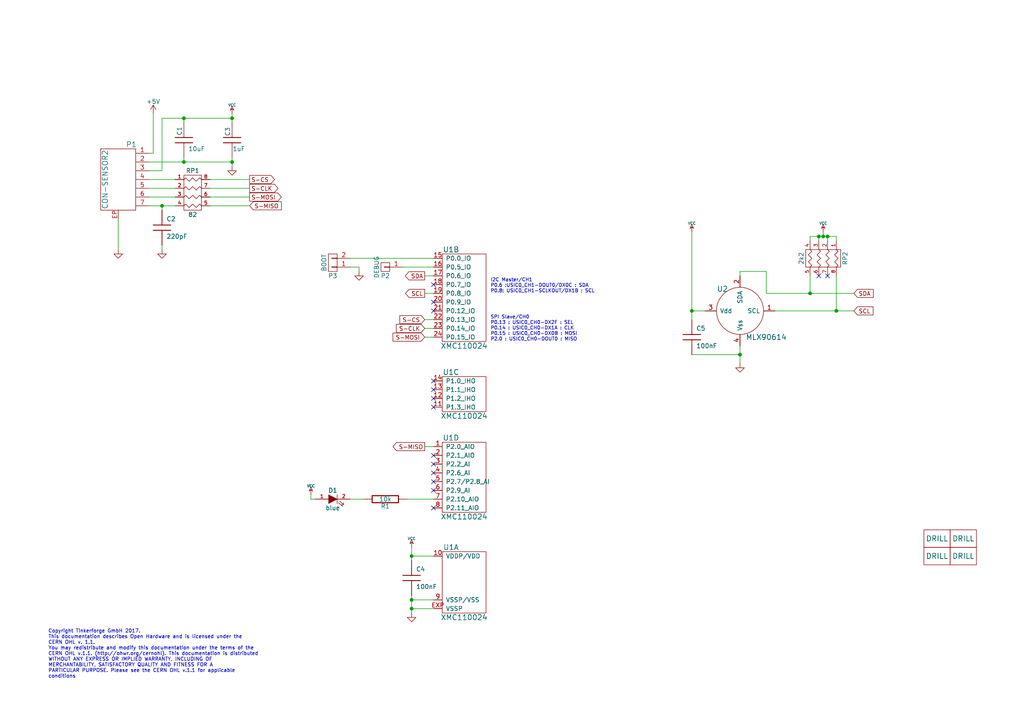
<source format=kicad_sch>
(kicad_sch (version 20211123) (generator eeschema)
  (paper "A4")
  (title_block (title "Temperature IR Bricklet") (date "2017-10-18") (rev "2.0") (company "Tinkerforge GmbH") (comment 1 "Licensed under CERN OHL v.1.1") (comment 2 "Copyright (©) 2017, B.Nordmeyer <bastian@tinkerforge.com>"))
  (lib_symbols
    (symbol "tinkerforge:+5V" (power) (pin_names (offset 0))
      (property "Value" "+5V" (at 0 3.556 0))
      (symbol "+5V_0_1"
        (polyline (pts (xy -0.762 1.27) (xy 0 2.54)))
        (polyline (pts (xy 0 0) (xy 0 2.54)))
        (polyline (pts (xy 0 2.54) (xy 0.762 1.27)))
      )
      (symbol "+5V_1_1"
        (pin power_in line (at 0 0 90) (length 0) hide (name "+5V") (number "1"))
      )
    )
    (symbol "tinkerforge:C" (pin_numbers hide) (pin_names (offset 0.254))
      (property "Reference" "C" (at 1.27 2.54 0))
      (property "Value" "C" (at 1.27 -2.54 0))
      (symbol "C_0_1"
        (polyline (pts (xy -2.54 -0.762) (xy 2.54 -0.762)) (stroke (width 0.254)))
        (polyline (pts (xy -2.54 0.762) (xy 2.54 0.762)) (stroke (width 0.254)))
      )
      (symbol "C_1_1"
        (pin passive line (at 0 5.08 270) (length 4.318) (name "~") (number "1"))
        (pin passive line (at 0 -5.08 90) (length 4.318) (name "~") (number "2"))
      )
    )
    (symbol "tinkerforge:CON-SENSOR2" (pin_names (offset 1.016))
      (property "Reference" "P" (at -3.81 10.16 0))
      (property "Value" "CON-SENSOR2" (at 3.81 0 90))
      (symbol "CON-SENSOR2_0_1"
        (rectangle (start -5.08 8.89) (end 5.08 -8.89))
      )
      (symbol "CON-SENSOR2_1_1"
        (pin passive line (at -8.89 7.62 0) (length 3.81) (name "~") (number "1"))
        (pin passive line (at -8.89 5.08 0) (length 3.81) (name "~") (number "2"))
        (pin passive line (at -8.89 2.54 0) (length 3.81) (name "~") (number "3"))
        (pin passive line (at -8.89 0 0) (length 3.81) (name "~") (number "4"))
        (pin passive line (at -8.89 -2.54 0) (length 3.81) (name "~") (number "5"))
        (pin passive line (at -8.89 -5.08 0) (length 3.81) (name "~") (number "6"))
        (pin passive line (at -8.89 -7.62 0) (length 3.81) (name "~") (number "7"))
        (pin passive line (at 0 -11.43 90) (length 2.54) (name "~") (number "EP"))
      )
    )
    (symbol "tinkerforge:CONN_01X01" (pin_names (offset 1.016) hide)
      (property "Reference" "P" (at 0 2.54 0))
      (property "Value" "CONN_01X01" (at 2.54 0 90))
      (symbol "CONN_01X01_0_1"
        (rectangle (start -1.27 0.127) (end 0.254 -0.127))
        (rectangle (start -1.27 1.27) (end 1.27 -1.27))
      )
      (symbol "CONN_01X01_1_1"
        (pin passive line (at -5.08 0 0) (length 3.81) (name "P1") (number "1"))
      )
    )
    (symbol "tinkerforge:CONN_01X02" (pin_names (offset 1.016) hide)
      (property "Reference" "P" (at 0 3.81 0))
      (property "Value" "CONN_01X02" (at 2.54 0 90))
      (symbol "CONN_01X02_0_1"
        (rectangle (start -1.27 -1.143) (end 0.254 -1.397))
        (rectangle (start -1.27 1.397) (end 0.254 1.143))
        (rectangle (start -1.27 2.54) (end 1.27 -2.54))
      )
      (symbol "CONN_01X02_1_1"
        (pin passive line (at -5.08 1.27 0) (length 3.81) (name "P1") (number "1"))
        (pin passive line (at -5.08 -1.27 0) (length 3.81) (name "P2") (number "2"))
      )
    )
    (symbol "tinkerforge:DRILL" (pin_numbers hide) (pin_names (offset 0) hide)
      (property "Value" "DRILL" (at 0 0 0))
      (symbol "DRILL_0_1"
        (rectangle (start -3.81 2.54) (end 3.81 -2.54))
      )
    )
    (symbol "tinkerforge:GND" (power) (pin_names (offset 0))
      (property "Value" "GND" (at 0 -5.08 0))
      (symbol "GND_0_1"
        (polyline (pts (xy 0 0) (xy 0 -1.27) (xy 1.27 -1.27) (xy 0 -2.54) (xy -1.27 -1.27) (xy 0 -1.27)))
      )
      (symbol "GND_1_1"
        (pin power_in line (at 0 0 270) (length 0) hide (name "GND") (number "1"))
      )
    )
    (symbol "tinkerforge:LED" (pin_names (offset 1.016) hide)
      (property "Reference" "D" (at 0 2.54 0))
      (property "Value" "LED" (at 0 -2.54 0))
      (symbol "LED_0_1"
        (polyline (pts (xy 1.27 1.27) (xy 1.27 -1.27)))
        (polyline (pts (xy -1.27 1.27) (xy 1.27 0) (xy -1.27 -1.27)) (fill (type outline)))
        (polyline (pts (xy 1.651 -1.016) (xy 2.794 -2.032) (xy 2.667 -1.397)))
        (polyline (pts (xy 2.032 -0.635) (xy 3.175 -1.651) (xy 3.048 -1.016)))
      )
      (symbol "LED_1_1"
        (pin passive line (at -5.08 0 0) (length 3.81) (name "A") (number "1"))
        (pin passive line (at 5.08 0 180) (length 3.81) (name "K") (number "2"))
      )
    )
    (symbol "tinkerforge:MLX90614" (pin_names (offset 1.016))
      (property "Reference" "U" (at -5.08 6.35 0))
      (property "Value" "MLX90614" (at 7.62 -7.62 0))
      (symbol "MLX90614_0_1"
        (circle (center 0 0) (radius 6.8326))
      )
      (symbol "MLX90614_1_1"
        (pin passive line (at 10.16 0 180) (length 3.302) (name "SCL") (number "1"))
        (pin passive line (at 0 10.16 270) (length 3.302) (name "SDA") (number "2"))
        (pin passive line (at -10.16 0 0) (length 3.302) (name "Vdd") (number "3"))
        (pin passive line (at 0 -10.16 90) (length 3.302) (name "Vss") (number "4"))
      )
    )
    (symbol "tinkerforge:R" (pin_numbers hide) (pin_names (offset 0))
      (property "Reference" "R" (at 2.032 0 90))
      (property "Value" "R" (at 0 0 90))
      (symbol "R_0_1"
        (rectangle (start -1.016 3.81) (end 1.016 -3.81) (stroke (width 0.3048)))
      )
      (symbol "R_1_1"
        (pin passive line (at 0 6.35 270) (length 2.54) (name "~") (number "1"))
        (pin passive line (at 0 -6.35 90) (length 2.54) (name "~") (number "2"))
      )
    )
    (symbol "tinkerforge:R_PACK4" (pin_names hide)
      (property "Reference" "RP" (at 0 11.43 0))
      (property "Value" "R_PACK4" (at 0 -1.27 0))
      (symbol "R_PACK4_0_1"
        (polyline (pts (xy -2.54 10.16) (xy -2.54 0) (xy 2.54 0) (xy 2.54 10.16) (xy -2.54 10.16)))
        (polyline (pts (xy -2.54 1.27) (xy -2.032 1.778) (xy -1.016 0.762) (xy 0 1.778) (xy 1.016 0.762) (xy 2.032 1.778) (xy 2.54 1.27)))
        (polyline (pts (xy -2.54 3.81) (xy -2.032 4.318) (xy -1.016 3.302) (xy 0 4.318) (xy 1.016 3.302) (xy 2.032 4.318) (xy 2.54 3.81)))
        (polyline (pts (xy -2.54 6.35) (xy -2.032 6.858) (xy -1.016 5.842) (xy 0 6.858) (xy 1.016 5.842) (xy 2.032 6.858) (xy 2.54 6.35)))
        (polyline (pts (xy -2.54 8.89) (xy -2.032 9.398) (xy -1.016 8.382) (xy 0 9.398) (xy 1.016 8.382) (xy 2.032 9.398) (xy 2.54 8.89)))
      )
      (symbol "R_PACK4_1_1"
        (pin passive line (at -5.08 8.89 0) (length 2.54) (name "P1") (number "1"))
        (pin passive line (at -5.08 6.35 0) (length 2.54) (name "P2") (number "2"))
        (pin passive line (at -5.08 3.81 0) (length 2.54) (name "P3") (number "3"))
        (pin passive line (at -5.08 1.27 0) (length 2.54) (name "P4") (number "4"))
        (pin passive line (at 5.08 1.27 180) (length 2.54) (name "R4") (number "5"))
        (pin passive line (at 5.08 3.81 180) (length 2.54) (name "R3") (number "6"))
        (pin passive line (at 5.08 6.35 180) (length 2.54) (name "R2") (number "7"))
        (pin passive line (at 5.08 8.89 180) (length 2.54) (name "R1") (number "8"))
      )
    )
    (symbol "tinkerforge:VCC" (power) (pin_names (offset 0))
      (property "Value" "VCC" (at 0 3.175 0))
      (symbol "VCC_0_0"
        (pin power_in line (at 0 0 90) (length 0) hide (name "VCC") (number "1"))
      )
      (symbol "VCC_0_1"
        (polyline (pts (xy 0 1.524) (xy 0 0)))
        (polyline (pts (xy 0 1.524) (xy 0.508 1.016) (xy 0 2.286) (xy -0.508 1.016) (xy 0 1.524) (xy 0 1.524)))
      )
    )
    (symbol "tinkerforge:XMC1XXX24" (pin_names (offset 1.016))
      (property "Reference" "U" (at -3.81 15.24 0))
      (property "Value" "XMC1XXX24" (at 0 -16.51 0))
      (symbol "XMC1XXX24_1_1"
        (rectangle (start -6.35 8.89) (end 6.35 -8.89))
        (pin passive line (at -8.89 7.62 0) (length 2.54) (name "VDDP/VDD") (number "10"))
        (pin passive line (at -8.89 -5.08 0) (length 2.54) (name "VSSP/VSS") (number "9"))
        (pin passive line (at -8.89 -7.62 0) (length 2.54) (name "VSSP") (number "EXP"))
      )
      (symbol "XMC1XXX24_2_1"
        (rectangle (start -6.35 12.7) (end 6.35 -12.7))
        (pin passive line (at -8.89 11.43 0) (length 2.54) (name "P0.0_IO") (number "15"))
        (pin passive line (at -8.89 8.89 0) (length 2.54) (name "P0.5_IO") (number "16"))
        (pin passive line (at -8.89 6.35 0) (length 2.54) (name "P0.6_IO") (number "17"))
        (pin passive line (at -8.89 3.81 0) (length 2.54) (name "P0.7_IO") (number "18"))
        (pin passive line (at -8.89 1.27 0) (length 2.54) (name "P0.8_IO") (number "19"))
        (pin passive line (at -8.89 -1.27 0) (length 2.54) (name "P0.9_IO") (number "20"))
        (pin passive line (at -8.89 -3.81 0) (length 2.54) (name "P0.12_IO") (number "21"))
        (pin passive line (at -8.89 -6.35 0) (length 2.54) (name "P0.13_IO") (number "22"))
        (pin passive line (at -8.89 -8.89 0) (length 2.54) (name "P0.14_IO") (number "23"))
        (pin passive line (at -8.89 -11.43 0) (length 2.54) (name "P0.15_IO") (number "24"))
      )
      (symbol "XMC1XXX24_3_1"
        (rectangle (start -6.35 5.08) (end 6.35 -5.08))
        (pin passive line (at -8.89 -3.81 0) (length 2.54) (name "P1.3_IHO") (number "11"))
        (pin passive line (at -8.89 -1.27 0) (length 2.54) (name "P1.2_IHO") (number "12"))
        (pin passive line (at -8.89 1.27 0) (length 2.54) (name "P1.1_IHO") (number "13"))
        (pin passive line (at -8.89 3.81 0) (length 2.54) (name "P1.0_IHO") (number "14"))
      )
      (symbol "XMC1XXX24_4_1"
        (rectangle (start -6.35 10.16) (end 6.35 -10.16))
        (pin passive line (at -8.89 8.89 0) (length 2.54) (name "P2.0_AIO") (number "1"))
        (pin passive line (at -8.89 6.35 0) (length 2.54) (name "P2.1_AIO") (number "2"))
        (pin passive line (at -8.89 3.81 0) (length 2.54) (name "P2.2_AI") (number "3"))
        (pin passive line (at -8.89 1.27 0) (length 2.54) (name "P2.6_AI") (number "4"))
        (pin passive line (at -8.89 -1.27 0) (length 2.54) (name "P2.7/P2.8_AI") (number "5"))
        (pin passive line (at -8.89 -3.81 0) (length 2.54) (name "P2.9_AI") (number "6"))
        (pin passive line (at -8.89 -6.35 0) (length 2.54) (name "P2.10_AIO") (number "7"))
        (pin passive line (at -8.89 -8.89 0) (length 2.54) (name "P2.11_AIO") (number "8"))
      )
    )
  )
  (junction (at 242.57 90.17))
  (junction (at 67.31 34.29))
  (junction (at 240.03 68.58))
  (junction (at 237.49 68.58))
  (junction (at 119.38 173.99))
  (junction (at 46.99 59.69))
  (junction (at 119.38 161.29))
  (junction (at 119.38 176.53))
  (junction (at 53.34 46.99))
  (junction (at 234.95 85.09))
  (junction (at 53.34 34.29))
  (junction (at 67.31 46.99))
  (junction (at 200.66 90.17))
  (junction (at 214.63 102.87))
  (junction (at 238.76 68.58))
  (no_connect (at 125.73 139.7))
  (no_connect (at 125.73 110.49))
  (no_connect (at 237.49 80.01))
  (no_connect (at 125.73 147.32))
  (no_connect (at 125.73 137.16))
  (no_connect (at 125.73 113.03))
  (no_connect (at 125.73 82.55))
  (no_connect (at 240.03 80.01))
  (no_connect (at 125.73 132.08))
  (no_connect (at 125.73 134.62))
  (no_connect (at 125.73 115.57))
  (no_connect (at 125.73 87.63))
  (no_connect (at 125.73 90.17))
  (no_connect (at 125.73 118.11))
  (no_connect (at 125.73 142.24))
  (wire (pts (xy 200.66 90.17) (xy 204.47 90.17)))
  (wire (pts (xy 91.44 144.78) (xy 90.17 144.78)))
  (wire (pts (xy 43.18 49.53) (xy 46.99 49.53)))
  (wire (pts (xy 46.99 60.96) (xy 46.99 59.69)))
  (wire (pts (xy 125.73 80.01) (xy 123.19 80.01)))
  (wire (pts (xy 123.19 92.71) (xy 125.73 92.71)))
  (wire (pts (xy 67.31 34.29) (xy 67.31 35.56)))
  (wire (pts (xy 200.66 102.87) (xy 214.63 102.87)))
  (wire (pts (xy 101.6 77.47) (xy 104.14 77.47)))
  (wire (pts (xy 237.49 69.85) (xy 237.49 68.58)))
  (wire (pts (xy 119.38 176.53) (xy 119.38 177.8)))
  (wire (pts (xy 60.96 59.69) (xy 72.39 59.69)))
  (wire (pts (xy 90.17 144.78) (xy 90.17 143.51)))
  (wire (pts (xy 214.63 78.74) (xy 214.63 80.01)))
  (wire (pts (xy 125.73 95.25) (xy 123.19 95.25)))
  (wire (pts (xy 119.38 162.56) (xy 119.38 161.29)))
  (wire (pts (xy 46.99 49.53) (xy 46.99 34.29)))
  (wire (pts (xy 60.96 52.07) (xy 72.39 52.07)))
  (wire (pts (xy 125.73 173.99) (xy 119.38 173.99)))
  (wire (pts (xy 105.41 144.78) (xy 101.6 144.78)))
  (wire (pts (xy 123.19 97.79) (xy 125.73 97.79)))
  (wire (pts (xy 242.57 80.01) (xy 242.57 90.17)))
  (wire (pts (xy 119.38 172.72) (xy 119.38 173.99)))
  (wire (pts (xy 50.8 54.61) (xy 43.18 54.61)))
  (wire (pts (xy 240.03 69.85) (xy 240.03 68.58)))
  (wire (pts (xy 242.57 68.58) (xy 242.57 69.85)))
  (wire (pts (xy 34.29 63.5) (xy 34.29 72.39)))
  (wire (pts (xy 242.57 90.17) (xy 247.65 90.17)))
  (wire (pts (xy 43.18 52.07) (xy 50.8 52.07)))
  (wire (pts (xy 125.73 176.53) (xy 119.38 176.53)))
  (wire (pts (xy 222.25 85.09) (xy 222.25 78.74)))
  (wire (pts (xy 46.99 59.69) (xy 43.18 59.69)))
  (wire (pts (xy 116.84 77.47) (xy 125.73 77.47)))
  (wire (pts (xy 43.18 57.15) (xy 50.8 57.15)))
  (wire (pts (xy 234.95 85.09) (xy 247.65 85.09)))
  (wire (pts (xy 60.96 54.61) (xy 72.39 54.61)))
  (wire (pts (xy 67.31 33.02) (xy 67.31 34.29)))
  (wire (pts (xy 53.34 34.29) (xy 53.34 35.56)))
  (wire (pts (xy 238.76 68.58) (xy 238.76 67.31)))
  (wire (pts (xy 43.18 44.45) (xy 44.45 44.45)))
  (wire (pts (xy 53.34 45.72) (xy 53.34 46.99)))
  (wire (pts (xy 234.95 69.85) (xy 234.95 68.58)))
  (wire (pts (xy 44.45 44.45) (xy 44.45 33.02)))
  (wire (pts (xy 43.18 46.99) (xy 53.34 46.99)))
  (wire (pts (xy 53.34 46.99) (xy 67.31 46.99)))
  (wire (pts (xy 214.63 102.87) (xy 214.63 100.33)))
  (wire (pts (xy 125.73 161.29) (xy 119.38 161.29)))
  (wire (pts (xy 200.66 67.31) (xy 200.66 90.17)))
  (wire (pts (xy 237.49 68.58) (xy 238.76 68.58)))
  (wire (pts (xy 67.31 46.99) (xy 67.31 48.26)))
  (wire (pts (xy 234.95 80.01) (xy 234.95 85.09)))
  (wire (pts (xy 214.63 105.41) (xy 214.63 102.87)))
  (wire (pts (xy 50.8 59.69) (xy 46.99 59.69)))
  (wire (pts (xy 200.66 90.17) (xy 200.66 92.71)))
  (wire (pts (xy 67.31 45.72) (xy 67.31 46.99)))
  (wire (pts (xy 234.95 85.09) (xy 222.25 85.09)))
  (wire (pts (xy 101.6 74.93) (xy 125.73 74.93)))
  (wire (pts (xy 224.79 90.17) (xy 242.57 90.17)))
  (wire (pts (xy 222.25 78.74) (xy 214.63 78.74)))
  (wire (pts (xy 234.95 68.58) (xy 237.49 68.58)))
  (wire (pts (xy 240.03 68.58) (xy 242.57 68.58)))
  (wire (pts (xy 123.19 85.09) (xy 125.73 85.09)))
  (wire (pts (xy 60.96 57.15) (xy 72.39 57.15)))
  (wire (pts (xy 46.99 34.29) (xy 53.34 34.29)))
  (wire (pts (xy 238.76 68.58) (xy 240.03 68.58)))
  (wire (pts (xy 53.34 34.29) (xy 67.31 34.29)))
  (wire (pts (xy 125.73 129.54) (xy 123.19 129.54)))
  (wire (pts (xy 46.99 71.12) (xy 46.99 72.39)))
  (wire (pts (xy 119.38 161.29) (xy 119.38 158.75)))
  (wire (pts (xy 118.11 144.78) (xy 125.73 144.78)))
  (wire (pts (xy 119.38 173.99) (xy 119.38 176.53)))
  (wire (pts (xy 104.14 77.47) (xy 104.14 78.74)))
  (text "SPI Slave/CH0\nP0.13 : USIC0_CH0-DX2F : SEL\nP0.14 : USIC0_CH0-DX1A : CLK\nP0.15 : USIC0_CH0-DX0B : MOSI\nP2.0 : USIC0_CH0-DOUT0 : MISO" (at 142.24 99.06 0) (effects (font (size 0.9906 0.9906)) (justify left bottom)))
  (text "I2C Master/CH1\nP0.6 :USIC0_CH1-DOUT0/DX0C : SDA\nP0.8: USIC0_CH1-SCLKOUT/DX1B : SCL" (at 142.24 85.09 0) (effects (font (size 0.9906 0.9906)) (justify left bottom)))
  (text "Copyright Tinkerforge GmbH 2017.\nThis documentation describes Open Hardware and is licensed under the\nCERN OHL v. 1.1.\nYou may redistribute and modify this documentation under the terms of the\nCERN OHL v.1.1. (http://ohwr.org/cernohl). This documentation is distributed\nWITHOUT ANY EXPRESS OR IMPLIED WARRANTY, INCLUDING OF\nMERCHANTABILITY, SATISFACTORY QUALITY AND FITNESS FOR A\nPARTICULAR PURPOSE. Please see the CERN OHL v.1.1 for applicable\nconditions\n" (at 13.97 196.85 0) (effects (font (size 1.016 1.016)) (justify left bottom)))
  (global_label "S-CLK" (shape input) (at 123.19 95.25 180) (effects (font (size 1.1938 1.1938))) (property "Intersheet References" "${INTERSHEET_REFS}" (effects hide)))
  (global_label "S-MOSI" (shape input) (at 123.19 97.79 180) (effects (font (size 1.1938 1.1938))) (property "Intersheet References" "${INTERSHEET_REFS}" (effects hide)))
  (global_label "SDA" (shape input) (at 247.65 85.09 0) (effects (font (size 1.1938 1.1938))) (property "Intersheet References" "${INTERSHEET_REFS}" (effects hide)))
  (global_label "SCL" (shape input) (at 247.65 90.17 0) (effects (font (size 1.1938 1.1938))) (property "Intersheet References" "${INTERSHEET_REFS}" (effects hide)))
  (global_label "S-MOSI" (shape output) (at 72.39 57.15 0) (effects (font (size 1.1938 1.1938))) (property "Intersheet References" "${INTERSHEET_REFS}" (effects hide)))
  (global_label "S-MISO" (shape output) (at 123.19 129.54 180) (effects (font (size 1.1938 1.1938))) (property "Intersheet References" "${INTERSHEET_REFS}" (effects hide)))
  (global_label "S-CS" (shape output) (at 72.39 52.07 0) (effects (font (size 1.1938 1.1938))) (property "Intersheet References" "${INTERSHEET_REFS}" (effects hide)))
  (global_label "S-MISO" (shape input) (at 72.39 59.69 0) (effects (font (size 1.1938 1.1938))) (property "Intersheet References" "${INTERSHEET_REFS}" (effects hide)))
  (global_label "S-CS" (shape input) (at 123.19 92.71 180) (effects (font (size 1.1938 1.1938))) (property "Intersheet References" "${INTERSHEET_REFS}" (effects hide)))
  (global_label "SCL" (shape output) (at 123.19 85.09 180) (effects (font (size 1.1938 1.1938))) (property "Intersheet References" "${INTERSHEET_REFS}" (effects hide)))
  (global_label "S-CLK" (shape output) (at 72.39 54.61 0) (effects (font (size 1.1938 1.1938))) (property "Intersheet References" "${INTERSHEET_REFS}" (effects hide)))
  (global_label "SDA" (shape output) (at 123.19 80.01 180) (effects (font (size 1.1938 1.1938))) (property "Intersheet References" "${INTERSHEET_REFS}" (effects hide)))
  (symbol (lib_id "tinkerforge:VCC") (at 67.31 33.02 0) (unit 1)
    (property "Reference" "#PWR07" (effects hide))
    (property "Value" "VCC" (at 67.31 30.48 0) (effects (font (size 0.762 0.762))))
  )
  (symbol (lib_id "tinkerforge:VCC") (at 119.38 158.75 0) (unit 1)
    (property "Reference" "#PWR06" (effects hide))
    (property "Value" "VCC" (at 119.38 156.21 0) (effects (font (size 0.762 0.762))))
  )
  (symbol (lib_id "tinkerforge:MLX90614") (at 214.63 90.17 0) (unit 1)
    (property "Reference" "U2" (at 209.55 83.82 0) (effects (font (size 1.524 1.524))))
    (property "Value" "MLX90614" (at 222.25 97.79 0) (effects (font (size 1.524 1.524))))
    (property "Footprint" "kicad-libraries:TO-39" (effects hide))
  )
  (symbol (lib_id "tinkerforge:C") (at 46.99 66.04 0) (unit 1)
    (property "Reference" "C2" (at 48.26 63.5 0) (effects (justify left)))
    (property "Value" "220pF" (at 48.26 68.58 0) (effects (justify left)))
    (property "Footprint" "kicad-libraries:C0402F" (effects hide))
  )
  (symbol (lib_id "tinkerforge:GND") (at 214.63 105.41 0) (unit 1)
    (property "Reference" "#PWR05" (effects hide))
    (property "Value" "GND" (effects hide))
  )
  (symbol (lib_id "tinkerforge:VCC") (at 200.66 67.31 0) (unit 1)
    (property "Reference" "#PWR04" (effects hide))
    (property "Value" "VCC" (at 200.66 64.77 0) (effects (font (size 0.762 0.762))))
  )
  (symbol (lib_id "tinkerforge:DRILL") (at 279.4 156.21 0) (unit 1)
    (property "Reference" "U5" (effects hide))
    (property "Value" "DRILL" (at 279.4 156.21 0) (effects (font (size 1.524 1.524))))
    (property "Footprint" "kicad-libraries:DRILL_NP" (effects hide))
  )
  (symbol (lib_id "tinkerforge:DRILL") (at 279.4 161.29 0) (unit 1)
    (property "Reference" "U7" (effects hide))
    (property "Value" "DRILL" (at 279.4 161.29 0) (effects (font (size 1.524 1.524))))
    (property "Footprint" "kicad-libraries:DRILL_NP" (effects hide))
  )
  (symbol (lib_id "tinkerforge:DRILL") (at 271.78 156.21 0) (unit 1)
    (property "Reference" "U4" (effects hide))
    (property "Value" "DRILL" (at 271.78 156.21 0) (effects (font (size 1.524 1.524))))
    (property "Footprint" "kicad-libraries:DRILL_NP" (effects hide))
  )
  (symbol (lib_id "tinkerforge:DRILL") (at 271.78 161.29 0) (unit 1)
    (property "Reference" "U6" (effects hide))
    (property "Value" "DRILL" (at 271.78 161.29 0) (effects (font (size 1.524 1.524))))
    (property "Footprint" "kicad-libraries:DRILL_NP" (effects hide))
  )
  (symbol (lib_id "tinkerforge:C") (at 67.31 40.64 180) (unit 1)
    (property "Reference" "C3" (at 66.04 36.83 90) (effects (justify left)))
    (property "Value" "1uF" (at 71.12 43.18 0) (effects (justify left)))
    (property "Footprint" "kicad-libraries:C0603F" (effects hide))
  )
  (symbol (lib_id "tinkerforge:GND") (at 104.14 78.74 0) (unit 1)
    (property "Reference" "#PWR03" (effects hide))
    (property "Value" "GND" (effects hide))
  )
  (symbol (lib_id "tinkerforge:VCC") (at 90.17 143.51 0) (unit 1)
    (property "Reference" "#PWR02" (effects hide))
    (property "Value" "VCC" (at 90.17 140.97 0) (effects (font (size 0.762 0.762))))
  )
  (symbol (lib_id "tinkerforge:R") (at 111.76 144.78 270) (unit 1)
    (property "Reference" "R1" (at 111.76 146.812 90))
    (property "Value" "10k" (at 111.76 144.78 90))
    (property "Footprint" "kicad-libraries:R0603F" (effects hide))
  )
  (symbol (lib_id "tinkerforge:GND") (at 67.31 48.26 0) (unit 1)
    (property "Reference" "#PWR01" (effects hide))
    (property "Value" "GND" (effects hide))
  )
  (symbol (lib_id "tinkerforge:C") (at 53.34 40.64 0) (unit 1)
    (property "Reference" "C1" (at 52.07 39.37 90) (effects (justify left)))
    (property "Value" "10uF" (at 54.61 43.18 0) (effects (justify left)))
    (property "Footprint" "kicad-libraries:C0805" (effects hide))
  )
  (symbol (lib_id "tinkerforge:CON-SENSOR2") (at 34.29 52.07 0) (mirror y) (unit 1)
    (property "Reference" "P1" (at 38.1 41.91 0) (effects (font (size 1.524 1.524))))
    (property "Value" "CON-SENSOR2" (at 30.48 52.07 90) (effects (font (size 1.524 1.524))))
    (property "Footprint" "kicad-libraries:CON-SENSOR2" (effects hide))
  )
  (symbol (lib_id "tinkerforge:XMC1XXX24") (at 134.62 168.91 0) (unit 1)
    (property "Reference" "U1" (at 130.81 158.75 0) (effects (font (size 1.524 1.524))))
    (property "Value" "XMC110024" (at 134.62 179.07 0) (effects (font (size 1.524 1.524))))
    (property "Footprint" "kicad-libraries:QFN24-4x4mm-0.5mm" (effects hide))
  )
  (symbol (lib_id "tinkerforge:XMC1XXX24") (at 134.62 86.36 0) (unit 2)
    (property "Reference" "U1" (at 130.81 72.39 0) (effects (font (size 1.524 1.524))))
    (property "Value" "XMC110024" (at 134.62 100.33 0) (effects (font (size 1.524 1.524))))
    (property "Footprint" "kicad-libraries:QFN24-4x4mm-0.5mm" (effects hide))
  )
  (symbol (lib_id "tinkerforge:XMC1XXX24") (at 134.62 138.43 0) (unit 4)
    (property "Reference" "U1" (at 130.81 127 0) (effects (font (size 1.524 1.524))))
    (property "Value" "XMC110024" (at 134.62 149.86 0) (effects (font (size 1.524 1.524))))
    (property "Footprint" "kicad-libraries:QFN24-4x4mm-0.5mm" (effects hide))
  )
  (symbol (lib_id "tinkerforge:XMC1XXX24") (at 134.62 114.3 0) (unit 3)
    (property "Reference" "U1" (at 130.81 107.95 0) (effects (font (size 1.524 1.524))))
    (property "Value" "XMC110024" (at 134.62 120.65 0) (effects (font (size 1.524 1.524))))
    (property "Footprint" "kicad-libraries:QFN24-4x4mm-0.5mm" (effects hide))
  )
  (symbol (lib_id "tinkerforge:+5V") (at 44.45 33.02 0) (unit 1)
    (property "Reference" "#PWR08" (effects hide))
    (property "Value" "+5V" (at 44.45 29.464 0))
  )
  (symbol (lib_id "tinkerforge:R_PACK4") (at 55.88 60.96 0) (unit 1)
    (property "Reference" "RP1" (at 55.88 49.53 0))
    (property "Value" "82" (at 55.88 62.23 0))
    (property "Footprint" "kicad-libraries:4X0402" (effects hide))
  )
  (symbol (lib_id "tinkerforge:GND") (at 46.99 72.39 0) (unit 1)
    (property "Reference" "#PWR09" (effects hide))
    (property "Value" "GND" (effects hide))
  )
  (symbol (lib_id "tinkerforge:GND") (at 34.29 72.39 0) (unit 1)
    (property "Reference" "#PWR010" (effects hide))
    (property "Value" "GND" (effects hide))
  )
  (symbol (lib_id "tinkerforge:CONN_01X01") (at 111.76 77.47 180) (unit 1)
    (property "Reference" "P2" (at 111.76 80.01 0))
    (property "Value" "DEBUG" (at 109.22 77.47 90))
    (property "Footprint" "kicad-libraries:DEBUG_PAD" (effects hide))
  )
  (symbol (lib_id "tinkerforge:CONN_01X02") (at 96.52 76.2 180) (unit 1)
    (property "Reference" "P3" (at 96.52 80.01 0))
    (property "Value" "BOOT" (at 93.98 76.2 90))
    (property "Footprint" "kicad-libraries:SolderJumper" (effects hide))
  )
  (symbol (lib_id "tinkerforge:LED") (at 96.52 144.78 0) (unit 1)
    (property "Reference" "D1" (at 96.52 142.24 0))
    (property "Value" "blue" (at 96.52 147.32 0))
    (property "Footprint" "kicad-libraries:D0603F" (effects hide))
  )
  (symbol (lib_id "tinkerforge:C") (at 119.38 167.64 0) (unit 1)
    (property "Reference" "C4" (at 120.65 165.1 0) (effects (justify left)))
    (property "Value" "100nF" (at 120.65 170.18 0) (effects (justify left)))
    (property "Footprint" "kicad-libraries:C0603F" (effects hide))
  )
  (symbol (lib_id "tinkerforge:GND") (at 119.38 177.8 0) (unit 1)
    (property "Reference" "#PWR011" (effects hide))
    (property "Value" "GND" (effects hide))
  )
  (symbol (lib_id "tinkerforge:C") (at 200.66 97.79 0) (unit 1)
    (property "Reference" "C5" (at 201.93 95.25 0) (effects (justify left)))
    (property "Value" "100nF" (at 201.93 100.33 0) (effects (justify left)))
    (property "Footprint" "kicad-libraries:C0603F" (effects hide))
  )
  (symbol (lib_id "tinkerforge:R_PACK4") (at 233.68 74.93 270) (unit 1)
    (property "Reference" "RP2" (at 245.11 74.93 0))
    (property "Value" "2k2" (at 232.41 74.93 0))
    (property "Footprint" "kicad-libraries:4X0402" (effects hide))
  )
  (symbol (lib_id "tinkerforge:VCC") (at 238.76 67.31 0) (unit 1)
    (property "Reference" "#PWR012" (effects hide))
    (property "Value" "VCC" (at 238.76 64.77 0) (effects (font (size 0.762 0.762))))
  )
)
</source>
